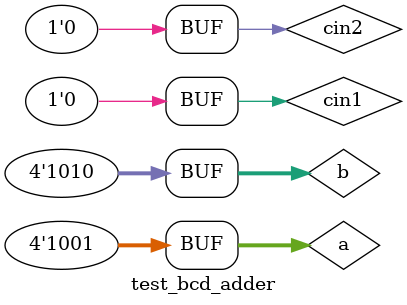
<source format=v>
module full_adder(s, cout, a, b, cin);
input a, b, cin;
output s, cout;

xor (w1, a, b);
xor (s, w1, cin);
and (w2, a, b);
and (w3, w1, cin);
or (cout, w3, w2);

endmodule

module four_bit_full_adder(s, cout, a, b, cin);
input [3:0] a, b;
input cin;
output [3:0] s;
output cout;

full_adder fadd0(s[0], c1, a[0], b[0], cin);
full_adder fadd1(s[1], c2, a[1], b[1], c1);
full_adder fadd2(s[2], c3, a[2], b[2], c2);
full_adder fadd3(s[3], cout, a[3], b[3], c3);

endmodule

module bcd_4_bit_full_adder(s, cout, a, b, cin1, cin2);
input [3:0] a, b;
input cin1, cin2;
output [3:0] s;
output cout;
wire [3:0] ts, tb;
wire tcout, w1, w2, w3, trash;

four_bit_full_adder ffadd1(ts, tcout, a, b, cin1);
and (w1, ts[3], ts[2]);
and (w2, ts[3], ts[1]);
or (w3, w1, w2);
or (cout, w3, tcout);
or (tb[0], 0, 0);
or (tb[1], 0, cout);
or (tb[2], 0, cout);
or (tb[3], 0, 0);
four_bit_full_adder ffadd2(s, trash, ts, tb, cin2);

endmodule

module test_bcd_adder;
reg [3:0] a, b;
reg cin1, cin2;
wire [3:0] s;
wire cout;

bcd_4_bit_full_adder b4bfa(s, cout, a, b, cin1, cin2);

initial
begin
cin1=1'b0; cin2=1'b0; a=4'd4; b=4'd6;
#100 a=4'd9; b=4'd4;
#100 a=4'd1; b=4'd3;
#100 a=4'd2; b=4'd2;
#100 a=4'd5; b=4'd3;
#100 a=4'd9; b=4'd10;
end

endmodule


</source>
